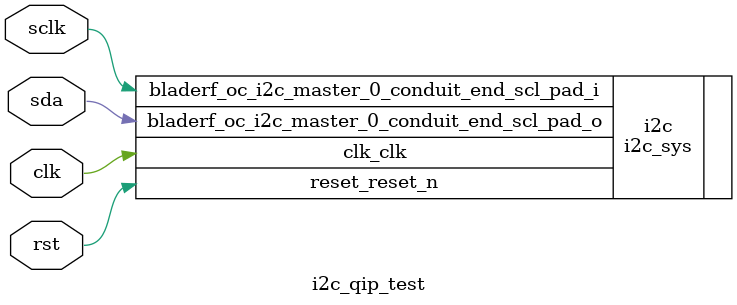
<source format=v>
`timescale 1 ps/1 ps

module i2c_qip_test(
	input clk,
	input rst,
	input sclk,
	inout sda);

i2c_sys  i2c(
	.clk_clk(clk), .reset_reset_n(rst),
	.bladerf_oc_i2c_master_0_conduit_end_scl_pad_i(sclk),
	.bladerf_oc_i2c_master_0_conduit_end_scl_pad_o(sda) );

	
         
endmodule
</source>
